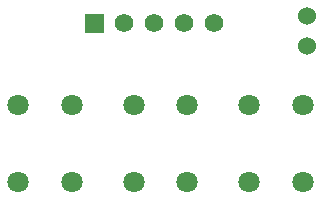
<source format=gtl>
G04 Layer: TopLayer*
G04 EasyEDA v6.4.19.5, 2021-05-18T22:58:39--5:00*
G04 4dc87e2bd6d7430eaf2060c118457cdd,00a5ad12733442db97615573759eb5db,10*
G04 Gerber Generator version 0.2*
G04 Scale: 100 percent, Rotated: No, Reflected: No *
G04 Dimensions in millimeters *
G04 leading zeros omitted , absolute positions ,4 integer and 5 decimal *
%FSLAX45Y45*%
%MOMM*%

%ADD11C,1.8000*%
%ADD12C,1.5748*%
%ADD14C,1.5240*%

%LPD*%
D11*
G01*
X829055Y474979D03*
G01*
X1279144Y474979D03*
G01*
X829055Y1125220D03*
G01*
X1279144Y1125220D03*
G01*
X2784856Y474979D03*
G01*
X3234943Y474979D03*
G01*
X2784856Y1125220D03*
G01*
X3234943Y1125220D03*
G01*
X1806955Y474979D03*
G01*
X2257043Y474979D03*
G01*
X1806955Y1125220D03*
G01*
X2257043Y1125220D03*
D12*
G01*
X2489200Y1816100D03*
G01*
X2235200Y1816100D03*
G01*
X1981200Y1816100D03*
G01*
X1727200Y1816100D03*
G36*
X1394460Y1894839D02*
G01*
X1551939Y1894839D01*
X1551939Y1737360D01*
X1394460Y1737360D01*
G37*
D14*
G01*
X3276600Y1625600D03*
G01*
X3276600Y1879600D03*
M02*

</source>
